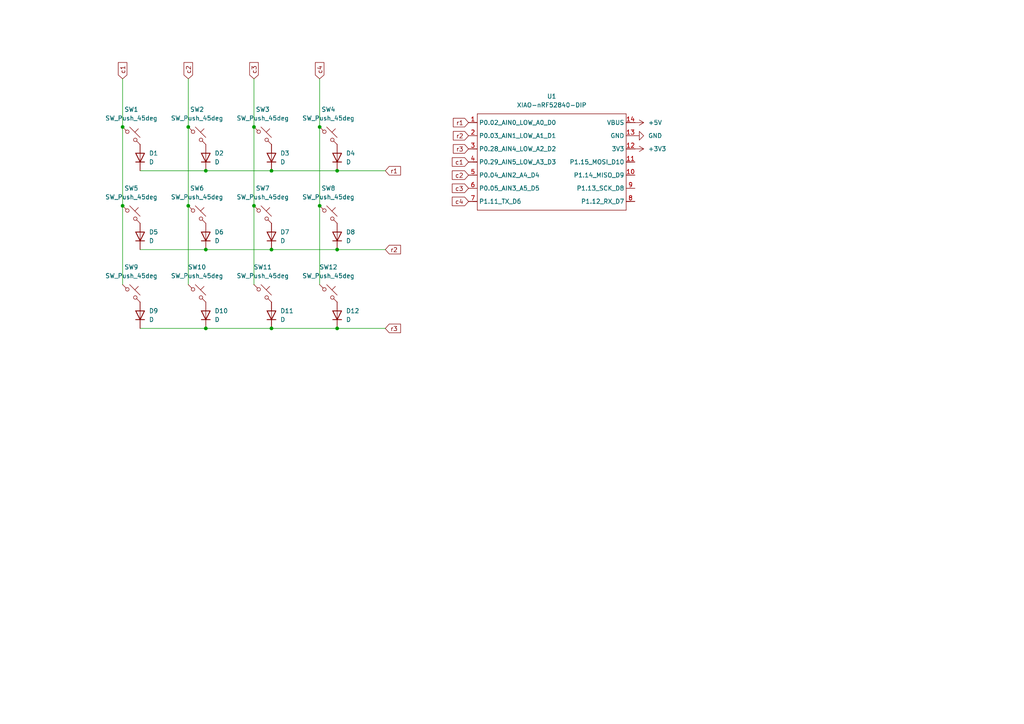
<source format=kicad_sch>
(kicad_sch (version 20250114) (generator "eeschema") (generator_version "9.0")
  (paper "A4")
  (lib_symbols
    (symbol "Device:D" (pin_numbers (hide yes)) (pin_names (offset 1.016) (hide yes))
      (property "Reference" "D" (at 0 2.54 0))
      (property "Value" "D" (at 0 -2.54 0))
      (symbol "D_0_1"
        (polyline (pts (xy -1.27 1.27) (xy -1.27 -1.27)) (stroke (width 0.254)))
        (polyline (pts (xy 1.27 1.27) (xy 1.27 -1.27) (xy -1.27 0) (xy 1.27 1.27)) (stroke (width 0.254)))
        (polyline (pts (xy 1.27 0) (xy -1.27 0)))
      )
      (symbol "D_1_1"
        (pin passive line (at -3.81 0 0) (length 2.54) (name "K") (number "1"))
        (pin passive line (at 3.81 0 180) (length 2.54) (name "A") (number "2"))
      )
    )
    (symbol "Seeed XIAO:XIAO-nRF52840-DIP"
      (property "Reference" "U" (at -3.048 1.778 0))
      (property "Value" "XIAO-nRF52840-DIP" (at 3.048 -0.254 0))
      (symbol "XIAO-nRF52840-DIP_1_0"
        (polyline (pts (xy -3.81 -1.27) (xy 39.37 -1.27)) (stroke (width 0.1524)))
        (polyline (pts (xy -3.81 -3.81) (xy -5.08 -3.81)) (stroke (width 0.1524)))
        (polyline (pts (xy -3.81 -3.81) (xy -3.81 -1.27)) (stroke (width 0.1524)))
        (polyline (pts (xy -3.81 -7.62) (xy -5.08 -7.62)) (stroke (width 0.1524)))
        (polyline (pts (xy -3.81 -7.62) (xy -3.81 -3.81)) (stroke (width 0.1524)))
        (polyline (pts (xy -3.81 -11.43) (xy -5.08 -11.43)) (stroke (width 0.1524)))
        (polyline (pts (xy -3.81 -11.43) (xy -3.81 -7.62)) (stroke (width 0.1524)))
        (polyline (pts (xy -3.81 -15.24) (xy -5.08 -15.24)) (stroke (width 0.1524)))
        (polyline (pts (xy -3.81 -15.24) (xy -3.81 -11.43)) (stroke (width 0.1524)))
        (polyline (pts (xy -3.81 -19.05) (xy -5.08 -19.05)) (stroke (width 0.1524)))
        (polyline (pts (xy -3.81 -22.86) (xy -5.08 -22.86)) (stroke (width 0.1524)))
        (polyline (pts (xy -3.81 -26.67) (xy -5.08 -26.67)) (stroke (width 0.1524)))
        (polyline (pts (xy -3.81 -29.21) (xy -3.81 -15.24)) (stroke (width 0.1524)))
        (polyline (pts (xy 39.37 -1.27) (xy 39.37 -3.81)) (stroke (width 0.1524)))
        (polyline (pts (xy 39.37 -3.81) (xy 39.37 -7.62)) (stroke (width 0.1524)))
        (polyline (pts (xy 39.37 -7.62) (xy 39.37 -11.43)) (stroke (width 0.1524)))
        (polyline (pts (xy 39.37 -11.43) (xy 39.37 -29.21)) (stroke (width 0.1524)))
        (polyline (pts (xy 39.37 -29.21) (xy -3.81 -29.21)) (stroke (width 0.1524)))
        (polyline (pts (xy 40.64 -3.81) (xy 39.37 -3.81)) (stroke (width 0.1524)))
        (polyline (pts (xy 40.64 -7.62) (xy 39.37 -7.62)) (stroke (width 0.1524)))
        (polyline (pts (xy 40.64 -11.43) (xy 39.37 -11.43)) (stroke (width 0.1524)))
        (polyline (pts (xy 40.64 -15.24) (xy 39.37 -15.24)) (stroke (width 0.1524)))
        (polyline (pts (xy 40.64 -19.05) (xy 39.37 -19.05)) (stroke (width 0.1524)))
        (polyline (pts (xy 40.64 -22.86) (xy 39.37 -22.86)) (stroke (width 0.1524)))
        (polyline (pts (xy 40.64 -26.67) (xy 39.37 -26.67)) (stroke (width 0.1524)))
        (pin passive line (at -6.35 -3.81 0) (length 2.54) (name "P0.02_AIN0_LOW_A0_D0") (number "1"))
        (pin passive line (at -6.35 -7.62 0) (length 2.54) (name "P0.03_AIN1_LOW_A1_D1") (number "2"))
        (pin passive line (at -6.35 -11.43 0) (length 2.54) (name "P0.28_AIN4_LOW_A2_D2") (number "3"))
        (pin passive line (at -6.35 -15.24 0) (length 2.54) (name "P0.29_AIN5_LOW_A3_D3") (number "4"))
        (pin passive line (at -6.35 -19.05 0) (length 2.54) (name "P0.04_AIN2_A4_D4") (number "5"))
        (pin passive line (at -6.35 -22.86 0) (length 2.54) (name "P0.05_AIN3_A5_D5") (number "6"))
        (pin passive line (at -6.35 -26.67 0) (length 2.54) (name "P1.11_TX_D6") (number "7"))
        (pin passive line (at 41.91 -3.81 180) (length 2.54) (name "VBUS") (number "14"))
        (pin passive line (at 41.91 -7.62 180) (length 2.54) (name "GND") (number "13"))
        (pin passive line (at 41.91 -11.43 180) (length 2.54) (name "3V3") (number "12"))
        (pin passive line (at 41.91 -15.24 180) (length 2.54) (name "P1.15_MOSI_D10") (number "11"))
        (pin passive line (at 41.91 -19.05 180) (length 2.54) (name "P1.14_MISO_D9") (number "10"))
        (pin passive line (at 41.91 -22.86 180) (length 2.54) (name "P1.13_SCK_D8") (number "9"))
        (pin passive line (at 41.91 -26.67 180) (length 2.54) (name "P1.12_RX_D7") (number "8"))
      )
    )
    (symbol "Switch:SW_Push_45deg" (pin_numbers (hide yes)) (pin_names (offset 1.016) (hide yes))
      (property "Reference" "SW" (at 3.048 1.016 0))
      (property "Value" "SW_Push_45deg" (at 0 -3.81 0))
      (symbol "SW_Push_45deg_0_1"
        (polyline (pts (xy -2.54 2.54) (xy -1.524 1.524) (xy -1.524 1.524)))
        (circle (center -1.1684 1.1684) (radius 0.508))
        (polyline (pts (xy -0.508 2.54) (xy 2.54 -0.508)))
        (polyline (pts (xy 1.016 1.016) (xy 2.032 2.032)))
        (circle (center 1.143 -1.1938) (radius 0.508))
        (polyline (pts (xy 1.524 -1.524) (xy 2.54 -2.54) (xy 2.54 -2.54) (xy 2.54 -2.54)))
        (pin passive line (at -2.54 2.54 0) (length 0) (name "1") (number "1"))
        (pin passive line (at 2.54 -2.54 180) (length 0) (name "2") (number "2"))
      )
    )
    (symbol "power:+3V3" (power) (pin_numbers (hide yes)) (pin_names (offset 0) (hide yes))
      (property "Value" "+3V3" (at 0 3.556 0))
      (symbol "+3V3_0_1"
        (polyline (pts (xy -0.762 1.27) (xy 0 2.54)))
        (polyline (pts (xy 0 2.54) (xy 0.762 1.27)))
        (polyline (pts (xy 0 0) (xy 0 2.54)))
      )
      (symbol "+3V3_1_1"
        (pin power_in line (at 0 0 90) (length 0) (name "~") (number "1"))
      )
    )
    (symbol "power:+5V" (power) (pin_numbers (hide yes)) (pin_names (offset 0) (hide yes))
      (property "Value" "+5V" (at 0 3.556 0))
      (symbol "+5V_0_1"
        (polyline (pts (xy -0.762 1.27) (xy 0 2.54)))
        (polyline (pts (xy 0 2.54) (xy 0.762 1.27)))
        (polyline (pts (xy 0 0) (xy 0 2.54)))
      )
      (symbol "+5V_1_1"
        (pin power_in line (at 0 0 90) (length 0) (name "~") (number "1"))
      )
    )
    (symbol "power:GND" (power) (pin_numbers (hide yes)) (pin_names (offset 0) (hide yes))
      (property "Value" "GND" (at 0 -3.81 0))
      (symbol "GND_0_1"
        (polyline (pts (xy 0 0) (xy 0 -1.27) (xy 1.27 -1.27) (xy 0 -2.54) (xy -1.27 -1.27) (xy 0 -1.27)))
      )
      (symbol "GND_1_1"
        (pin power_in line (at 0 0 270) (length 0) (name "~") (number "1"))
      )
    )
  )
  (junction (at 59.69 72.39))
  (junction (at 92.71 59.69))
  (junction (at 35.56 36.83))
  (junction (at 59.69 95.25))
  (junction (at 59.69 49.53))
  (junction (at 73.66 59.69))
  (junction (at 97.79 72.39))
  (junction (at 54.61 36.83))
  (junction (at 78.74 72.39))
  (junction (at 78.74 49.53))
  (junction (at 73.66 36.83))
  (junction (at 35.56 59.69))
  (junction (at 78.74 95.25))
  (junction (at 97.79 95.25))
  (junction (at 97.79 49.53))
  (junction (at 92.71 36.83))
  (junction (at 54.61 59.69))
  (wire (pts (xy 73.66 59.69) (xy 73.66 82.55)))
  (wire (pts (xy 97.79 49.53) (xy 111.76 49.53)))
  (wire (pts (xy 78.74 95.25) (xy 97.79 95.25)))
  (wire (pts (xy 78.74 72.39) (xy 97.79 72.39)))
  (wire (pts (xy 59.69 49.53) (xy 78.74 49.53)))
  (wire (pts (xy 73.66 36.83) (xy 73.66 59.69)))
  (wire (pts (xy 92.71 36.83) (xy 92.71 59.69)))
  (wire (pts (xy 97.79 95.25) (xy 111.76 95.25)))
  (wire (pts (xy 54.61 59.69) (xy 54.61 82.55)))
  (wire (pts (xy 54.61 36.83) (xy 54.61 59.69)))
  (wire (pts (xy 40.64 49.53) (xy 59.69 49.53)))
  (wire (pts (xy 40.64 95.25) (xy 59.69 95.25)))
  (wire (pts (xy 73.66 22.86) (xy 73.66 36.83)))
  (wire (pts (xy 59.69 95.25) (xy 78.74 95.25)))
  (wire (pts (xy 92.71 22.86) (xy 92.71 36.83)))
  (wire (pts (xy 92.71 59.69) (xy 92.71 82.55)))
  (wire (pts (xy 59.69 72.39) (xy 78.74 72.39)))
  (wire (pts (xy 35.56 36.83) (xy 35.56 59.69)))
  (wire (pts (xy 54.61 22.86) (xy 54.61 36.83)))
  (wire (pts (xy 97.79 72.39) (xy 111.76 72.39)))
  (wire (pts (xy 35.56 59.69) (xy 35.56 82.55)))
  (wire (pts (xy 40.64 72.39) (xy 59.69 72.39)))
  (wire (pts (xy 35.56 22.86) (xy 35.56 36.83)))
  (wire (pts (xy 78.74 49.53) (xy 97.79 49.53)))
  (global_label "r3" (shape input) (at 111.76 95.25 0) (property "Intersheetrefs" "${INTERSHEET_REFS}" (effects (hide yes))))
  (global_label "r2" (shape input) (at 111.76 72.39 0) (property "Intersheetrefs" "${INTERSHEET_REFS}" (effects (hide yes))))
  (global_label "r1" (shape input) (at 111.76 49.53 0) (property "Intersheetrefs" "${INTERSHEET_REFS}" (effects (hide yes))))
  (global_label "r2" (shape input) (at 135.89 39.37 180) (property "Intersheetrefs" "${INTERSHEET_REFS}" (effects (hide yes))))
  (global_label "c2" (shape input) (at 54.61 22.86 90) (property "Intersheetrefs" "${INTERSHEET_REFS}" (effects (hide yes))))
  (global_label "c3" (shape input) (at 135.89 54.61 180) (property "Intersheetrefs" "${INTERSHEET_REFS}" (effects (hide yes))))
  (global_label "c4" (shape input) (at 135.89 58.42 180) (property "Intersheetrefs" "${INTERSHEET_REFS}" (effects (hide yes))))
  (global_label "c3" (shape input) (at 73.66 22.86 90) (property "Intersheetrefs" "${INTERSHEET_REFS}" (effects (hide yes))))
  (global_label "r3" (shape input) (at 135.89 43.18 180) (property "Intersheetrefs" "${INTERSHEET_REFS}" (effects (hide yes))))
  (global_label "c1" (shape input) (at 35.56 22.86 90) (property "Intersheetrefs" "${INTERSHEET_REFS}" (effects (hide yes))))
  (global_label "c1" (shape input) (at 135.89 46.99 180) (property "Intersheetrefs" "${INTERSHEET_REFS}" (effects (hide yes))))
  (global_label "c2" (shape input) (at 135.89 50.8 180) (property "Intersheetrefs" "${INTERSHEET_REFS}" (effects (hide yes))))
  (global_label "c4" (shape input) (at 92.71 22.86 90) (property "Intersheetrefs" "${INTERSHEET_REFS}" (effects (hide yes))))
  (global_label "r1" (shape input) (at 135.89 35.56 180) (property "Intersheetrefs" "${INTERSHEET_REFS}" (effects (hide yes))))
  (symbol (lib_id "Device:D") (at 97.79 68.58 90) (unit 1)
    (property "Reference" "D8" (at 100.33 67.3099 90) (effects (justify right)))
    (property "Value" "D" (at 100.33 69.8499 90) (effects (justify right)))
    (property "Footprint" "ScottoKeebs_Components:Diode_SOD-123" (effects (hide yes)))
    (property "Description" "Diode" (effects (hide yes)))
    (property "Sim.Device" "D" (effects (hide yes)))
    (property "Sim.Pins" "1=K 2=A" (effects (hide yes)))
  )
  (symbol (lib_id "Device:D") (at 40.64 91.44 90) (unit 1)
    (property "Reference" "D9" (at 43.18 90.1699 90) (effects (justify right)))
    (property "Value" "D" (at 43.18 92.7099 90) (effects (justify right)))
    (property "Footprint" "ScottoKeebs_Components:Diode_SOD-123" (effects (hide yes)))
    (property "Description" "Diode" (effects (hide yes)))
    (property "Sim.Device" "D" (effects (hide yes)))
    (property "Sim.Pins" "1=K 2=A" (effects (hide yes)))
  )
  (symbol (lib_id "Device:D") (at 40.64 68.58 90) (unit 1)
    (property "Reference" "D5" (at 43.18 67.3099 90) (effects (justify right)))
    (property "Value" "D" (at 43.18 69.8499 90) (effects (justify right)))
    (property "Footprint" "ScottoKeebs_Components:Diode_SOD-123" (effects (hide yes)))
    (property "Description" "Diode" (effects (hide yes)))
    (property "Sim.Device" "D" (effects (hide yes)))
    (property "Sim.Pins" "1=K 2=A" (effects (hide yes)))
  )
  (symbol (lib_id "power:+5V") (at 184.15 35.56 270) (unit 1)
    (property "Reference" "#PWR01" (effects (hide yes)))
    (property "Value" "+5V" (at 187.96 35.5599 90) (effects (justify left)))
    (property "Description" "Power symbol creates a global label with name \"+5V\"" (effects (hide yes)))
  )
  (symbol (lib_id "power:+3V3") (at 184.15 43.18 270) (unit 1)
    (property "Reference" "#PWR03" (effects (hide yes)))
    (property "Value" "+3V3" (at 187.96 43.1799 90) (effects (justify left)))
    (property "Description" "Power symbol creates a global label with name \"+3V3\"" (effects (hide yes)))
  )
  (symbol (lib_id "Switch:SW_Push_45deg") (at 38.1 62.23 0) (unit 1)
    (property "Reference" "SW5" (at 38.1 54.61 0))
    (property "Value" "SW_Push_45deg" (at 38.1 57.15 0))
    (property "Footprint" "Button_Switch_Keyboard:SW_Cherry_MX_1.00u_PCB" (effects (hide yes)))
    (property "Description" "Push button switch, normally open, two pins, 45° tilted" (effects (hide yes)))
  )
  (symbol (lib_id "Switch:SW_Push_45deg") (at 76.2 39.37 0) (unit 1)
    (property "Reference" "SW3" (at 76.2 31.75 0))
    (property "Value" "SW_Push_45deg" (at 76.2 34.29 0))
    (property "Footprint" "Button_Switch_Keyboard:SW_Cherry_MX_1.00u_PCB" (effects (hide yes)))
    (property "Description" "Push button switch, normally open, two pins, 45° tilted" (effects (hide yes)))
  )
  (symbol (lib_id "Device:D") (at 59.69 68.58 90) (unit 1)
    (property "Reference" "D6" (at 62.23 67.3099 90) (effects (justify right)))
    (property "Value" "D" (at 62.23 69.8499 90) (effects (justify right)))
    (property "Footprint" "ScottoKeebs_Components:Diode_SOD-123" (effects (hide yes)))
    (property "Description" "Diode" (effects (hide yes)))
    (property "Sim.Device" "D" (effects (hide yes)))
    (property "Sim.Pins" "1=K 2=A" (effects (hide yes)))
  )
  (symbol (lib_id "Device:D") (at 40.64 45.72 90) (unit 1)
    (property "Reference" "D1" (at 43.18 44.4499 90) (effects (justify right)))
    (property "Value" "D" (at 43.18 46.9899 90) (effects (justify right)))
    (property "Footprint" "ScottoKeebs_Components:Diode_SOD-123" (effects (hide yes)))
    (property "Description" "Diode" (effects (hide yes)))
    (property "Sim.Device" "D" (effects (hide yes)))
    (property "Sim.Pins" "1=K 2=A" (effects (hide yes)))
  )
  (symbol (lib_id "Switch:SW_Push_45deg") (at 57.15 85.09 0) (unit 1)
    (property "Reference" "SW10" (at 57.15 77.47 0))
    (property "Value" "SW_Push_45deg" (at 57.15 80.01 0))
    (property "Footprint" "Button_Switch_Keyboard:SW_Cherry_MX_1.00u_PCB" (effects (hide yes)))
    (property "Description" "Push button switch, normally open, two pins, 45° tilted" (effects (hide yes)))
  )
  (symbol (lib_id "Device:D") (at 78.74 68.58 90) (unit 1)
    (property "Reference" "D7" (at 81.28 67.3099 90) (effects (justify right)))
    (property "Value" "D" (at 81.28 69.8499 90) (effects (justify right)))
    (property "Footprint" "ScottoKeebs_Components:Diode_SOD-123" (effects (hide yes)))
    (property "Description" "Diode" (effects (hide yes)))
    (property "Sim.Device" "D" (effects (hide yes)))
    (property "Sim.Pins" "1=K 2=A" (effects (hide yes)))
  )
  (symbol (lib_id "Switch:SW_Push_45deg") (at 95.25 39.37 0) (unit 1)
    (property "Reference" "SW4" (at 95.25 31.75 0))
    (property "Value" "SW_Push_45deg" (at 95.25 34.29 0))
    (property "Footprint" "Button_Switch_Keyboard:SW_Cherry_MX_1.00u_PCB" (effects (hide yes)))
    (property "Description" "Push button switch, normally open, two pins, 45° tilted" (effects (hide yes)))
  )
  (symbol (lib_id "Device:D") (at 59.69 45.72 90) (unit 1)
    (property "Reference" "D2" (at 62.23 44.4499 90) (effects (justify right)))
    (property "Value" "D" (at 62.23 46.9899 90) (effects (justify right)))
    (property "Footprint" "ScottoKeebs_Components:Diode_SOD-123" (effects (hide yes)))
    (property "Description" "Diode" (effects (hide yes)))
    (property "Sim.Device" "D" (effects (hide yes)))
    (property "Sim.Pins" "1=K 2=A" (effects (hide yes)))
  )
  (symbol (lib_id "Device:D") (at 59.69 91.44 90) (unit 1)
    (property "Reference" "D10" (at 62.23 90.1699 90) (effects (justify right)))
    (property "Value" "D" (at 62.23 92.7099 90) (effects (justify right)))
    (property "Footprint" "ScottoKeebs_Components:Diode_SOD-123" (effects (hide yes)))
    (property "Description" "Diode" (effects (hide yes)))
    (property "Sim.Device" "D" (effects (hide yes)))
    (property "Sim.Pins" "1=K 2=A" (effects (hide yes)))
  )
  (symbol (lib_id "Switch:SW_Push_45deg") (at 95.25 62.23 0) (unit 1)
    (property "Reference" "SW8" (at 95.25 54.61 0))
    (property "Value" "SW_Push_45deg" (at 95.25 57.15 0))
    (property "Footprint" "Button_Switch_Keyboard:SW_Cherry_MX_1.00u_PCB" (effects (hide yes)))
    (property "Description" "Push button switch, normally open, two pins, 45° tilted" (effects (hide yes)))
  )
  (symbol (lib_id "power:GND") (at 184.15 39.37 90) (unit 1)
    (property "Reference" "#PWR02" (effects (hide yes)))
    (property "Value" "GND" (at 187.96 39.3699 90) (effects (justify right)))
    (property "Description" "Power symbol creates a global label with name \"GND\" , ground" (effects (hide yes)))
  )
  (symbol (lib_id "Seeed XIAO:XIAO-nRF52840-DIP") (at 142.24 31.75 0) (unit 1)
    (property "Reference" "U1" (at 160.02 27.94 0))
    (property "Value" "XIAO-nRF52840-DIP" (at 160.02 30.48 0))
    (property "Footprint" "Seeed XIAO:XIAO-nRF52840-DIP" (effects (hide yes)))
  )
  (symbol (lib_id "Switch:SW_Push_45deg") (at 38.1 85.09 0) (unit 1)
    (property "Reference" "SW9" (at 38.1 77.47 0))
    (property "Value" "SW_Push_45deg" (at 38.1 80.01 0))
    (property "Footprint" "Button_Switch_Keyboard:SW_Cherry_MX_1.00u_PCB" (effects (hide yes)))
    (property "Description" "Push button switch, normally open, two pins, 45° tilted" (effects (hide yes)))
  )
  (symbol (lib_id "Device:D") (at 78.74 45.72 90) (unit 1)
    (property "Reference" "D3" (at 81.28 44.4499 90) (effects (justify right)))
    (property "Value" "D" (at 81.28 46.9899 90) (effects (justify right)))
    (property "Footprint" "ScottoKeebs_Components:Diode_SOD-123" (effects (hide yes)))
    (property "Description" "Diode" (effects (hide yes)))
    (property "Sim.Device" "D" (effects (hide yes)))
    (property "Sim.Pins" "1=K 2=A" (effects (hide yes)))
  )
  (symbol (lib_id "Switch:SW_Push_45deg") (at 57.15 62.23 0) (unit 1)
    (property "Reference" "SW6" (at 57.15 54.61 0))
    (property "Value" "SW_Push_45deg" (at 57.15 57.15 0))
    (property "Footprint" "Button_Switch_Keyboard:SW_Cherry_MX_1.00u_PCB" (effects (hide yes)))
    (property "Description" "Push button switch, normally open, two pins, 45° tilted" (effects (hide yes)))
  )
  (symbol (lib_id "Device:D") (at 97.79 91.44 90) (unit 1)
    (property "Reference" "D12" (at 100.33 90.1699 90) (effects (justify right)))
    (property "Value" "D" (at 100.33 92.7099 90) (effects (justify right)))
    (property "Footprint" "ScottoKeebs_Components:Diode_SOD-123" (effects (hide yes)))
    (property "Description" "Diode" (effects (hide yes)))
    (property "Sim.Device" "D" (effects (hide yes)))
    (property "Sim.Pins" "1=K 2=A" (effects (hide yes)))
  )
  (symbol (lib_id "Device:D") (at 78.74 91.44 90) (unit 1)
    (property "Reference" "D11" (at 81.28 90.1699 90) (effects (justify right)))
    (property "Value" "D" (at 81.28 92.7099 90) (effects (justify right)))
    (property "Footprint" "ScottoKeebs_Components:Diode_SOD-123" (effects (hide yes)))
    (property "Description" "Diode" (effects (hide yes)))
    (property "Sim.Device" "D" (effects (hide yes)))
    (property "Sim.Pins" "1=K 2=A" (effects (hide yes)))
  )
  (symbol (lib_id "Device:D") (at 97.79 45.72 90) (unit 1)
    (property "Reference" "D4" (at 100.33 44.4499 90) (effects (justify right)))
    (property "Value" "D" (at 100.33 46.9899 90) (effects (justify right)))
    (property "Footprint" "ScottoKeebs_Components:Diode_SOD-123" (effects (hide yes)))
    (property "Description" "Diode" (effects (hide yes)))
    (property "Sim.Device" "D" (effects (hide yes)))
    (property "Sim.Pins" "1=K 2=A" (effects (hide yes)))
  )
  (symbol (lib_id "Switch:SW_Push_45deg") (at 95.25 85.09 0) (unit 1)
    (property "Reference" "SW12" (at 95.25 77.47 0))
    (property "Value" "SW_Push_45deg" (at 95.25 80.01 0))
    (property "Footprint" "Button_Switch_Keyboard:SW_Cherry_MX_1.00u_PCB" (effects (hide yes)))
    (property "Description" "Push button switch, normally open, two pins, 45° tilted" (effects (hide yes)))
  )
  (symbol (lib_id "Switch:SW_Push_45deg") (at 38.1 39.37 0) (unit 1)
    (property "Reference" "SW1" (at 38.1 31.75 0))
    (property "Value" "SW_Push_45deg" (at 38.1 34.29 0))
    (property "Footprint" "Button_Switch_Keyboard:SW_Cherry_MX_1.00u_PCB" (effects (hide yes)))
    (property "Description" "Push button switch, normally open, two pins, 45° tilted" (effects (hide yes)))
  )
  (symbol (lib_id "Switch:SW_Push_45deg") (at 76.2 62.23 0) (unit 1)
    (property "Reference" "SW7" (at 76.2 54.61 0))
    (property "Value" "SW_Push_45deg" (at 76.2 57.15 0))
    (property "Footprint" "Button_Switch_Keyboard:SW_Cherry_MX_1.00u_PCB" (effects (hide yes)))
    (property "Description" "Push button switch, normally open, two pins, 45° tilted" (effects (hide yes)))
  )
  (symbol (lib_id "Switch:SW_Push_45deg") (at 57.15 39.37 0) (unit 1)
    (property "Reference" "SW2" (at 57.15 31.75 0))
    (property "Value" "SW_Push_45deg" (at 57.15 34.29 0))
    (property "Footprint" "Button_Switch_Keyboard:SW_Cherry_MX_1.00u_PCB" (effects (hide yes)))
    (property "Description" "Push button switch, normally open, two pins, 45° tilted" (effects (hide yes)))
  )
  (symbol (lib_id "Switch:SW_Push_45deg") (at 76.2 85.09 0) (unit 1)
    (property "Reference" "SW11" (at 76.2 77.47 0))
    (property "Value" "SW_Push_45deg" (at 76.2 80.01 0))
    (property "Footprint" "Button_Switch_Keyboard:SW_Cherry_MX_1.00u_PCB" (effects (hide yes)))
    (property "Description" "Push button switch, normally open, two pins, 45° tilted" (effects (hide yes)))
  )
)
</source>
